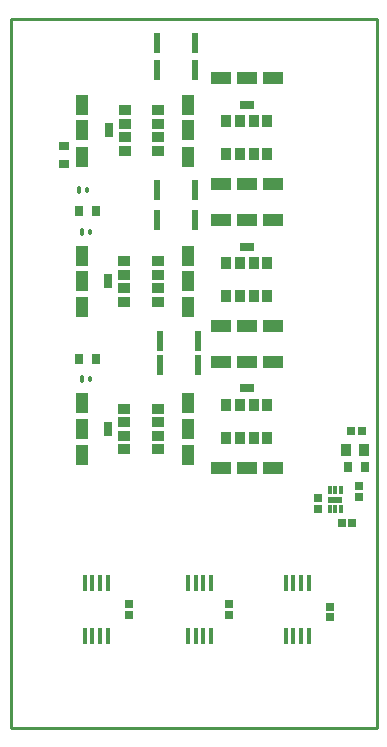
<source format=gtp>
%FSTAX23Y23*%
%MOIN*%
%SFA1B1*%

%IPPOS*%
%AMD20*
4,1,8,-0.001800,-0.011800,0.001800,-0.011800,0.005900,-0.007700,0.005900,0.007700,0.001800,0.011800,-0.001800,0.011800,-0.005900,0.007700,-0.005900,-0.007700,-0.001800,-0.011800,0.0*
1,1,0.008260,-0.001800,-0.007700*
1,1,0.008260,0.001800,-0.007700*
1,1,0.008260,0.001800,0.007700*
1,1,0.008260,-0.001800,0.007700*
%
%ADD13C,0.010000*%
%ADD14R,0.025590X0.025200*%
%ADD15R,0.033470X0.039370*%
%ADD16R,0.017720X0.057090*%
%ADD17R,0.027560X0.035430*%
%ADD18R,0.051580X0.021650*%
%ADD19R,0.011810X0.027560*%
G04~CAMADD=20~8~0.0~0.0~118.1~236.2~41.3~0.0~15~0.0~0.0~0.0~0.0~0~0.0~0.0~0.0~0.0~0~0.0~0.0~0.0~180.0~118.0~237.0*
%ADD20D20*%
%ADD21O,0.011810X0.023620*%
%ADD22R,0.066930X0.043310*%
%ADD23R,0.051180X0.027560*%
%ADD24R,0.033470X0.043310*%
%ADD25R,0.043310X0.066930*%
%ADD26R,0.027560X0.051180*%
%ADD27R,0.043310X0.033470*%
%ADD28R,0.024410X0.071650*%
%ADD29R,0.025200X0.025590*%
%ADD30R,0.035430X0.027560*%
%LNpcb1-1*%
%LPD*%
G54D13*
X01279Y0D02*
Y02362D01*
X00059Y0D02*
X01279D01*
X00059D02*
Y02362D01*
X01279*
G54D14*
X01194Y0099D03*
X0123D03*
X01197Y00683D03*
X01162D03*
G54D15*
X01178Y00926D03*
X01237D03*
G54D16*
X00306Y00481D03*
Y00306D03*
X00331D03*
X00357D03*
X00382D03*
Y00481D03*
X00357D03*
X00331D03*
X0065Y00306D03*
X00676D03*
X00701D03*
X00727D03*
Y00481D03*
X00701D03*
X00676D03*
X0065D03*
X00975Y00306D03*
X01D03*
X01026D03*
X01052D03*
Y00481D03*
X01026D03*
X01D03*
X00975D03*
G54D17*
X01182Y00868D03*
X01241D03*
X00344Y0123D03*
X00285D03*
X00344Y01722D03*
X00285D03*
G54D18*
X01141Y00759D03*
G54D19*
X01161Y00728D03*
X01141D03*
X01122D03*
Y00791D03*
X01141D03*
X01161D03*
G54D20*
X00285Y01791D03*
X00296Y01653D03*
Y01161D03*
G54D21*
X00313Y01791D03*
X00324Y01653D03*
Y01161D03*
G54D22*
X00759Y02165D03*
X00846D03*
X00933D03*
X00759Y01811D03*
X00846D03*
X00933D03*
X00759Y01692D03*
X00846D03*
X00933D03*
X00759Y01338D03*
X00846D03*
X00933D03*
X00759Y0122D03*
X00846D03*
X00933D03*
X00759Y00866D03*
X00846D03*
X00933D03*
G54D23*
X00846Y02076D03*
Y01604D03*
Y01131D03*
G54D24*
X00778Y01911D03*
X00823D03*
X00869D03*
X00914D03*
X00778Y02021D03*
X00823D03*
X00869D03*
X00914D03*
X00778Y01438D03*
X00823D03*
X00869D03*
X00914D03*
X00778Y01549D03*
X00823D03*
X00869D03*
X00914D03*
X00778Y00966D03*
X00823D03*
X00869D03*
X00914D03*
X00778Y01076D03*
X00823D03*
X00869D03*
X00914D03*
G54D25*
X00297Y01904D03*
Y01991D03*
Y02077D03*
X00651Y01904D03*
Y01991D03*
Y02077D03*
X00295Y01401D03*
Y01488D03*
Y01574D03*
X00649Y01401D03*
Y01488D03*
Y01574D03*
X00295Y0091D03*
Y00997D03*
Y01083D03*
X00649Y0091D03*
Y00997D03*
Y01083D03*
G54D26*
X00385Y01991D03*
X00383Y01488D03*
Y00997D03*
G54D27*
X00551Y01923D03*
Y01968D03*
Y02013D03*
Y02059D03*
X0044Y01923D03*
Y01968D03*
Y02013D03*
Y02059D03*
X00549Y0142D03*
Y01465D03*
Y0151D03*
Y01556D03*
X00438Y0142D03*
Y01465D03*
Y0151D03*
Y01556D03*
X00549Y00929D03*
Y00974D03*
Y01019D03*
Y01064D03*
X00438Y00929D03*
Y00974D03*
Y01019D03*
Y01064D03*
G54D28*
X00673Y02194D03*
X00547D03*
X00673Y02283D03*
X00547D03*
X00673Y01791D03*
X00547D03*
X00673Y01692D03*
X00547D03*
X00683Y01289D03*
X00557D03*
X00683Y0121D03*
X00557D03*
G54D29*
X01082Y0073D03*
Y00765D03*
X0122Y00769D03*
Y00805D03*
X01122Y00368D03*
Y00403D03*
X00787Y00375D03*
Y00411D03*
X00452Y00375D03*
Y00411D03*
G54D30*
X00236Y01879D03*
Y01938D03*
M02*
</source>
